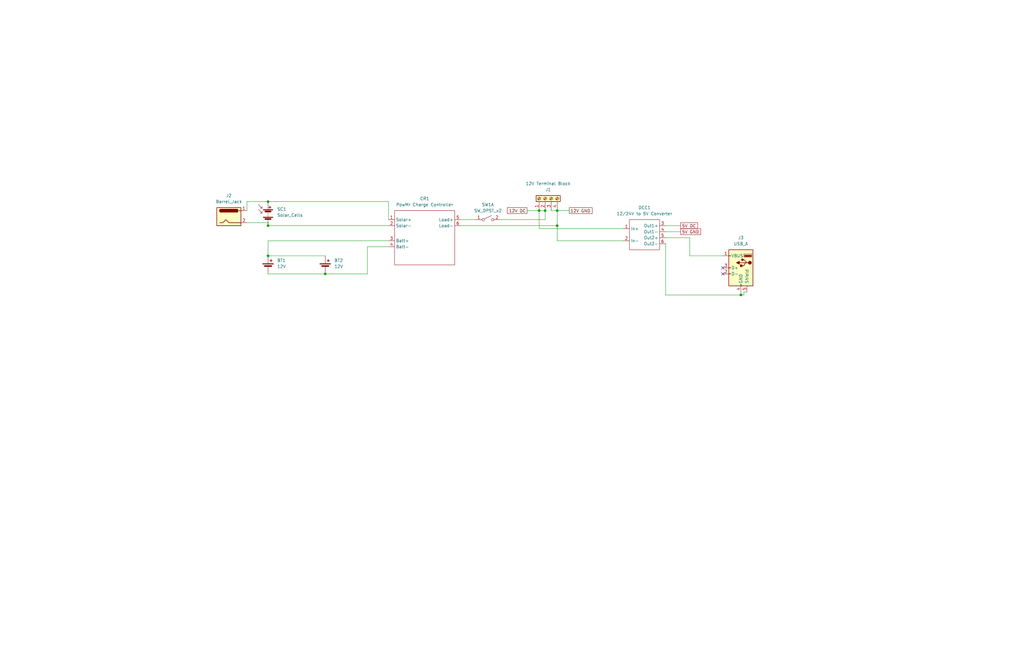
<source format=kicad_sch>
(kicad_sch (version 20230121) (generator eeschema)
  (paper "USLedger")
  (title_block (title "Power"))
  (lib_symbols
    (symbol "Connector:Barrel_Jack" (pin_names (offset 1.016))
      (property "Reference" "J" (at 0 5.334 0))
      (property "Value" "Barrel_Jack" (at 0 -5.08 0))
      (symbol "Barrel_Jack_0_1"
        (rectangle (start -5.08 3.81) (end 5.08 -3.81) (stroke (width 0.254)) (fill (type background)))
        (arc (start -3.302 3.175) (mid -3.9343 2.54) (end -3.302 1.905) (stroke (width 0.254)))
        (arc (start -3.302 3.175) (mid -3.9343 2.54) (end -3.302 1.905) (stroke (width 0.254)) (fill (type outline)))
        (polyline (pts (xy 5.08 2.54) (xy 3.81 2.54)) (stroke (width 0.254)))
        (polyline (pts (xy -3.81 -2.54) (xy -2.54 -2.54) (xy -1.27 -1.27) (xy 0 -2.54) (xy 2.54 -2.54) (xy 5.08 -2.54)) (stroke (width 0.254)))
        (rectangle (start 3.683 3.175) (end -3.302 1.905) (stroke (width 0.254)) (fill (type outline)))
      )
      (symbol "Barrel_Jack_1_1"
        (pin passive line (at 7.62 2.54 180) (length 2.54) (name "~") (number "1"))
        (pin passive line (at 7.62 -2.54 180) (length 2.54) (name "~") (number "2"))
      )
    )
    (symbol "Connector:Screw_Terminal_01x04" (pin_names (offset 1.016) hide)
      (property "Reference" "J" (at 0 5.08 0))
      (property "Value" "Screw_Terminal_01x04" (at 0 -7.62 0))
      (symbol "Screw_Terminal_01x04_1_1"
        (rectangle (start -1.27 3.81) (end 1.27 -6.35) (stroke (width 0.254)) (fill (type background)))
        (circle (center 0 -5.08) (radius 0.635) (stroke (width 0.1524)))
        (circle (center 0 -2.54) (radius 0.635) (stroke (width 0.1524)))
        (polyline (pts (xy -0.5334 -4.7498) (xy 0.3302 -5.588)) (stroke (width 0.1524)))
        (polyline (pts (xy -0.5334 -2.2098) (xy 0.3302 -3.048)) (stroke (width 0.1524)))
        (polyline (pts (xy -0.5334 0.3302) (xy 0.3302 -0.508)) (stroke (width 0.1524)))
        (polyline (pts (xy -0.5334 2.8702) (xy 0.3302 2.032)) (stroke (width 0.1524)))
        (polyline (pts (xy -0.3556 -4.572) (xy 0.508 -5.4102)) (stroke (width 0.1524)))
        (polyline (pts (xy -0.3556 -2.032) (xy 0.508 -2.8702)) (stroke (width 0.1524)))
        (polyline (pts (xy -0.3556 0.508) (xy 0.508 -0.3302)) (stroke (width 0.1524)))
        (polyline (pts (xy -0.3556 3.048) (xy 0.508 2.2098)) (stroke (width 0.1524)))
        (circle (center 0 0) (radius 0.635) (stroke (width 0.1524)))
        (circle (center 0 2.54) (radius 0.635) (stroke (width 0.1524)))
        (pin passive line (at -5.08 2.54 0) (length 3.81) (name "Pin_1") (number "1"))
        (pin passive line (at -5.08 0 0) (length 3.81) (name "Pin_2") (number "2"))
        (pin passive line (at -5.08 -2.54 0) (length 3.81) (name "Pin_3") (number "3"))
        (pin passive line (at -5.08 -5.08 0) (length 3.81) (name "Pin_4") (number "4"))
      )
    )
    (symbol "Connector:USB_A" (pin_names (offset 1.016))
      (property "Reference" "J" (at -5.08 11.43 0))
      (property "Value" "USB_A" (at -5.08 8.89 0))
      (symbol "USB_A_0_1"
        (rectangle (start -5.08 -7.62) (end 5.08 7.62) (stroke (width 0.254)) (fill (type background)))
        (circle (center -3.81 2.159) (radius 0.635) (stroke (width 0.254)) (fill (type outline)))
        (rectangle (start -1.524 4.826) (end -4.318 5.334) (fill (type outline)))
        (rectangle (start -1.27 4.572) (end -4.572 5.842))
        (circle (center -0.635 3.429) (radius 0.381) (stroke (width 0.254)) (fill (type outline)))
        (rectangle (start -0.127 -7.62) (end 0.127 -6.858))
        (polyline (pts (xy -3.175 2.159) (xy -2.54 2.159) (xy -1.27 3.429) (xy -0.635 3.429)) (stroke (width 0.254)))
        (polyline (pts (xy -2.54 2.159) (xy -1.905 2.159) (xy -1.27 0.889) (xy 0 0.889)) (stroke (width 0.254)))
        (polyline (pts (xy 0.635 2.794) (xy 0.635 1.524) (xy 1.905 2.159) (xy 0.635 2.794)) (stroke (width 0.254)) (fill (type outline)))
        (rectangle (start 0.254 1.27) (end -0.508 0.508) (stroke (width 0.254)) (fill (type outline)))
        (rectangle (start 5.08 -2.667) (end 4.318 -2.413))
        (rectangle (start 5.08 -0.127) (end 4.318 0.127))
        (rectangle (start 5.08 4.953) (end 4.318 5.207))
      )
      (symbol "USB_A_1_1"
        (polyline (pts (xy -1.905 2.159) (xy 0.635 2.159)) (stroke (width 0.254)))
        (pin power_in line (at 7.62 5.08 180) (length 2.54) (name "VBUS") (number "1"))
        (pin bidirectional line (at 7.62 -2.54 180) (length 2.54) (name "D-") (number "2"))
        (pin bidirectional line (at 7.62 0 180) (length 2.54) (name "D+") (number "3"))
        (pin power_in line (at 0 -10.16 90) (length 2.54) (name "GND") (number "4"))
        (pin passive line (at -2.54 -10.16 90) (length 2.54) (name "Shield") (number "5"))
      )
    )
    (symbol "Device:Battery_Cell" (pin_numbers hide) (pin_names (offset 0) hide)
      (property "Reference" "BT" (at 2.54 2.54 0))
      (property "Value" "Battery_Cell" (at 2.54 0 0))
      (symbol "Battery_Cell_0_1"
        (rectangle (start -2.286 1.778) (end 2.286 1.524) (fill (type outline)))
        (rectangle (start -1.524 1.016) (end 1.524 0.508) (fill (type outline)))
        (polyline (pts (xy 0 0.762) (xy 0 0)))
        (polyline (pts (xy 0 1.778) (xy 0 2.54)))
        (polyline (pts (xy 0.762 3.048) (xy 1.778 3.048)) (stroke (width 0.254)))
        (polyline (pts (xy 1.27 3.556) (xy 1.27 2.54)) (stroke (width 0.254)))
      )
      (symbol "Battery_Cell_1_1"
        (pin passive line (at 0 5.08 270) (length 2.54) (name "+") (number "1"))
        (pin passive line (at 0 -2.54 90) (length 2.54) (name "-") (number "2"))
      )
    )
    (symbol "Device:Solar_Cells" (pin_numbers hide) (pin_names (offset 0) hide)
      (property "Reference" "SC" (at 2.54 2.54 0))
      (property "Value" "Solar_Cells" (at 2.54 0 0))
      (symbol "Solar_Cells_0_1"
        (rectangle (start -2.032 -1.397) (end 2.032 -1.651) (fill (type outline)))
        (rectangle (start -2.032 1.778) (end 2.032 1.524) (fill (type outline)))
        (rectangle (start -1.3208 -1.9812) (end 1.27 -2.4892) (fill (type outline)))
        (rectangle (start -1.3208 1.1938) (end 1.27 0.6858) (fill (type outline)))
        (polyline (pts (xy -2.54 0.254) (xy -4.064 1.778)))
        (polyline (pts (xy -2.54 2.286) (xy -4.064 3.81)))
        (polyline (pts (xy 0 -1.524) (xy 0 -1.27)))
        (polyline (pts (xy 0 -1.016) (xy 0 -0.762)))
        (polyline (pts (xy 0 -0.508) (xy 0 -0.254)))
        (polyline (pts (xy 0 0) (xy 0 0.254)))
        (polyline (pts (xy 0 0.508) (xy 0 0.762)))
        (polyline (pts (xy 0 1.778) (xy 0 2.54)))
        (polyline (pts (xy 0.254 2.667) (xy 1.27 2.667)) (stroke (width 0.254)))
        (polyline (pts (xy 0.762 3.175) (xy 0.762 2.159)) (stroke (width 0.254)))
        (polyline (pts (xy -2.54 1.016) (xy -2.54 0.254) (xy -3.302 0.254)))
        (polyline (pts (xy -2.54 3.048) (xy -2.54 2.286) (xy -3.302 2.286)))
      )
      (symbol "Solar_Cells_1_1"
        (pin passive line (at 0 5.08 270) (length 2.54) (name "+") (number "1"))
        (pin passive line (at 0 -5.08 90) (length 2.54) (name "-") (number "2"))
      )
    )
    (symbol "Project Library:PR4A065" (on_board no)
      (property "Reference" "DCC" (at 0 0 0))
      (property "Value" "12/24V to 5V Converter" (at 0 -2.54 0))
      (symbol "PR4A065_0_1"
        (rectangle (start -6.35 -3.81) (end 6.35 -16.51))
      )
      (symbol "PR4A065_1_1"
        (pin power_in line (at -8.89 -7.62 0) (length 2.54) (name "In+") (number "1"))
        (pin power_in line (at -8.89 -12.7 0) (length 2.54) (name "In-") (number "2"))
        (pin power_out line (at 8.89 -6.35 180) (length 2.54) (name "Out1+") (number "3"))
        (pin power_out line (at 8.89 -8.89 180) (length 2.54) (name "Out1-") (number "4"))
        (pin power_out line (at 8.89 -11.43 180) (length 2.54) (name "Out2+") (number "5"))
        (pin power_out line (at 8.89 -13.97 180) (length 2.54) (name "Out2-") (number "6"))
      )
    )
    (symbol "Project Library:PowMr" (on_board no)
      (property "Reference" "CR" (at 0 0 0))
      (property "Value" "PowMr Charge Controller" (at 0 -11.43 0))
      (symbol "PowMr_0_1"
        (rectangle (start -12.7 -2.54) (end 12.7 -25.4))
      )
      (symbol "PowMr_1_1"
        (pin power_in line (at -15.24 -6.35 0) (length 2.54) (name "Solar+") (number "1"))
        (pin power_in line (at -15.24 -8.89 0) (length 2.54) (name "Solar-") (number "2"))
        (pin power_in line (at -15.24 -15.24 0) (length 2.54) (name "Batt+") (number "3"))
        (pin power_in line (at -15.24 -17.78 0) (length 2.54) (name "Batt-") (number "4"))
        (pin power_out line (at 15.24 -6.35 180) (length 2.54) (name "Load+") (number "5"))
        (pin power_out line (at 15.24 -8.89 180) (length 2.54) (name "Load-") (number "6"))
      )
    )
    (symbol "Switch:SW_DPST_x2" (pin_names (offset 0) hide)
      (property "Reference" "SW" (at 0 3.175 0))
      (property "Value" "SW_DPST_x2" (at 0 -2.54 0))
      (symbol "SW_DPST_x2_0_0"
        (circle (center -2.032 0) (radius 0.508))
        (polyline (pts (xy -1.524 0.254) (xy 1.524 1.778)))
        (circle (center 2.032 0) (radius 0.508))
      )
      (symbol "SW_DPST_x2_1_1"
        (pin passive line (at -5.08 0 0) (length 2.54) (name "A") (number "1"))
        (pin passive line (at 5.08 0 180) (length 2.54) (name "B") (number "2"))
      )
      (symbol "SW_DPST_x2_2_1"
        (pin passive line (at -5.08 0 0) (length 2.54) (name "A") (number "3"))
        (pin passive line (at 5.08 0 180) (length 2.54) (name "B") (number "4"))
      )
    )
  )
  (junction (at 227.33 88.9))
  (junction (at 137.16 115.57))
  (junction (at 113.03 107.95))
  (junction (at 312.42 124.46))
  (junction (at 113.03 95.25))
  (junction (at 234.95 88.9))
  (junction (at 113.03 85.09))
  (junction (at 229.87 88.9))
  (junction (at 234.95 95.25))
  (no_connect (at 304.8 115.57))
  (no_connect (at 304.8 113.03))
  (wire (pts (xy 210.82 92.71) (xy 229.87 92.71)))
  (wire (pts (xy 154.94 104.14) (xy 163.83 104.14)))
  (wire (pts (xy 280.67 124.46) (xy 312.42 124.46)))
  (wire (pts (xy 234.95 95.25) (xy 234.95 88.9)))
  (wire (pts (xy 290.83 107.95) (xy 304.8 107.95)))
  (wire (pts (xy 113.03 93.98) (xy 113.03 95.25)))
  (wire (pts (xy 280.67 95.25) (xy 287.02 95.25)))
  (wire (pts (xy 194.31 92.71) (xy 200.66 92.71)))
  (wire (pts (xy 104.14 88.9) (xy 104.14 85.09)))
  (wire (pts (xy 290.83 100.33) (xy 280.67 100.33)))
  (wire (pts (xy 104.14 85.09) (xy 113.03 85.09)))
  (wire (pts (xy 154.94 115.57) (xy 154.94 104.14)))
  (wire (pts (xy 234.95 88.9) (xy 240.03 88.9)))
  (wire (pts (xy 227.33 96.52) (xy 227.33 88.9)))
  (wire (pts (xy 113.03 95.25) (xy 163.83 95.25)))
  (wire (pts (xy 313.69 123.19) (xy 314.96 123.19)))
  (wire (pts (xy 313.69 124.46) (xy 313.69 123.19)))
  (wire (pts (xy 113.03 107.95) (xy 137.16 107.95)))
  (wire (pts (xy 280.67 102.87) (xy 280.67 124.46)))
  (wire (pts (xy 280.67 97.79) (xy 287.02 97.79)))
  (wire (pts (xy 194.31 95.25) (xy 234.95 95.25)))
  (wire (pts (xy 262.89 101.6) (xy 234.95 101.6)))
  (wire (pts (xy 229.87 92.71) (xy 229.87 88.9)))
  (wire (pts (xy 154.94 115.57) (xy 137.16 115.57)))
  (wire (pts (xy 262.89 96.52) (xy 227.33 96.52)))
  (wire (pts (xy 227.33 88.9) (xy 229.87 88.9)))
  (wire (pts (xy 313.69 124.46) (xy 312.42 124.46)))
  (wire (pts (xy 113.03 85.09) (xy 163.83 85.09)))
  (wire (pts (xy 113.03 101.6) (xy 163.83 101.6)))
  (wire (pts (xy 312.42 124.46) (xy 312.42 123.19)))
  (wire (pts (xy 234.95 101.6) (xy 234.95 95.25)))
  (wire (pts (xy 163.83 85.09) (xy 163.83 92.71)))
  (wire (pts (xy 113.03 115.57) (xy 137.16 115.57)))
  (wire (pts (xy 222.25 88.9) (xy 227.33 88.9)))
  (wire (pts (xy 232.41 88.9) (xy 234.95 88.9)))
  (wire (pts (xy 290.83 100.33) (xy 290.83 107.95)))
  (wire (pts (xy 104.14 93.98) (xy 113.03 93.98)))
  (wire (pts (xy 113.03 107.95) (xy 113.03 101.6)))
  (global_label "5V DC" (shape passive) (at 287.02 95.25 0) (property "Intersheetrefs" "${INTERSHEET_REFS}" (effects hide)))
  (global_label "12V DC" (shape passive) (at 222.25 88.9 180) (property "Intersheetrefs" "${INTERSHEET_REFS}" (effects hide)))
  (global_label "5V GND" (shape passive) (at 287.02 97.79 0) (property "Intersheetrefs" "${INTERSHEET_REFS}" (effects hide)))
  (global_label "12V GND" (shape passive) (at 240.03 88.9 0) (property "Intersheetrefs" "${INTERSHEET_REFS}" (effects hide)))
  (symbol (lib_id "Project Library:PowMr") (at 179.07 86.36 0) (unit 1) (on_board no)
    (property "Reference" "CR1" (at 179.07 83.82 0))
    (property "Value" "PowMr Charge Controller" (at 179.07 86.36 0))
  )
  (symbol (lib_id "Device:Solar_Cells") (at 113.03 90.17 0) (unit 1)
    (property "Reference" "SC1" (at 116.84 88.265 0) (effects (justify left)))
    (property "Value" "Solar_Cells" (at 116.84 90.805 0) (effects (justify left)))
  )
  (symbol (lib_id "Connector:Screw_Terminal_01x04") (at 229.87 83.82 90) (unit 1)
    (property "Reference" "J1" (at 231.14 80.01 90))
    (property "Value" "12V Terminal Block" (at 231.14 77.47 90))
  )
  (symbol (lib_id "Device:Battery_Cell") (at 113.03 113.03 0) (unit 1)
    (property "Reference" "BT1" (at 116.84 109.9185 0) (effects (justify left)))
    (property "Value" "12V" (at 116.84 112.4585 0) (effects (justify left)))
  )
  (symbol (lib_id "Connector:USB_A") (at 312.42 113.03 0) (mirror y) (unit 1)
    (property "Reference" "J3" (at 312.42 100.33 0))
    (property "Value" "USB_A" (at 312.42 102.87 0))
    (property "Datasheet" " ~" (effects hide))
  )
  (symbol (lib_id "Project Library:PR4A065") (at 271.78 88.9 0) (unit 1) (on_board no)
    (property "Reference" "DCC1" (at 271.78 87.63 0))
    (property "Value" "12/24V to 5V Converter" (at 271.78 90.17 0))
  )
  (symbol (lib_id "Connector:Barrel_Jack") (at 96.52 91.44 0) (unit 1)
    (property "Reference" "J2" (at 96.52 82.55 0))
    (property "Value" "Barrel_Jack" (at 96.52 85.09 0))
  )
  (symbol (lib_id "Switch:SW_DPST_x2") (at 205.74 92.71 0) (unit 1)
    (property "Reference" "SW1" (at 205.74 86.36 0))
    (property "Value" "SW_DPST_x2" (at 205.74 88.9 0))
  )
  (symbol (lib_id "Device:Battery_Cell") (at 137.16 113.03 0) (unit 1)
    (property "Reference" "BT2" (at 140.97 109.9185 0) (effects (justify left)))
    (property "Value" "12V" (at 140.97 112.4585 0) (effects (justify left)))
  )
)
</source>
